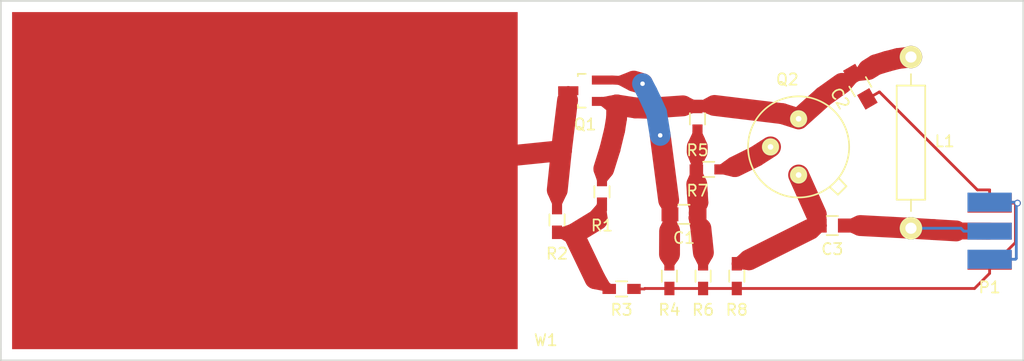
<source format=kicad_pcb>
(kicad_pcb (version 20171130) (host pcbnew "(5.1.12)-1")

  (general
    (thickness 1.6)
    (drawings 9)
    (tracks 228)
    (zones 0)
    (modules 17)
    (nets 10)
  )

  (page A4)
  (layers
    (0 F.Cu signal)
    (31 B.Cu signal)
    (32 B.Adhes user hide)
    (33 F.Adhes user hide)
    (34 B.Paste user hide)
    (35 F.Paste user hide)
    (36 B.SilkS user hide)
    (37 F.SilkS user hide)
    (38 B.Mask user hide)
    (39 F.Mask user hide)
    (40 Dwgs.User user hide)
    (41 Cmts.User user hide)
    (42 Eco1.User user hide)
    (43 Eco2.User user hide)
    (44 Edge.Cuts user)
    (45 Margin user hide)
    (46 B.CrtYd user hide)
    (47 F.CrtYd user hide)
    (48 B.Fab user hide)
    (49 F.Fab user hide)
  )

  (setup
    (last_trace_width 0.25)
    (trace_clearance 0.2)
    (zone_clearance 0.708)
    (zone_45_only no)
    (trace_min 0.2)
    (via_size 0.6)
    (via_drill 0.4)
    (via_min_size 0.4)
    (via_min_drill 0.3)
    (uvia_size 0.3)
    (uvia_drill 0.1)
    (uvias_allowed no)
    (uvia_min_size 0.2)
    (uvia_min_drill 0.1)
    (edge_width 0.15)
    (segment_width 0.2)
    (pcb_text_width 0.3)
    (pcb_text_size 1.5 1.5)
    (mod_edge_width 0.15)
    (mod_text_size 1 1)
    (mod_text_width 0.15)
    (pad_size 1.524 1.524)
    (pad_drill 0.762)
    (pad_to_mask_clearance 0.2)
    (aux_axis_origin 0 0)
    (visible_elements 7FFFFFFF)
    (pcbplotparams
      (layerselection 0x010f0_80000001)
      (usegerberextensions false)
      (usegerberattributes true)
      (usegerberadvancedattributes true)
      (creategerberjobfile true)
      (excludeedgelayer true)
      (linewidth 0.100000)
      (plotframeref false)
      (viasonmask false)
      (mode 1)
      (useauxorigin false)
      (hpglpennumber 1)
      (hpglpenspeed 20)
      (hpglpendiameter 15.000000)
      (psnegative false)
      (psa4output false)
      (plotreference true)
      (plotvalue true)
      (plotinvisibletext false)
      (padsonsilk false)
      (subtractmaskfromsilk false)
      (outputformat 1)
      (mirror false)
      (drillshape 0)
      (scaleselection 1)
      (outputdirectory "gerber/"))
  )

  (net 0 "")
  (net 1 "Net-(C1-Pad1)")
  (net 2 "Net-(C1-Pad2)")
  (net 3 Earth)
  (net 4 "Net-(C2-Pad2)")
  (net 5 "Net-(C3-Pad1)")
  (net 6 "Net-(C3-Pad2)")
  (net 7 "Net-(Q1-Pad3)")
  (net 8 "Net-(Q2-Pad2)")
  (net 9 "Net-(R1-Pad2)")

  (net_class Default "This is the default net class."
    (clearance 0.2)
    (trace_width 0.25)
    (via_dia 0.6)
    (via_drill 0.4)
    (uvia_dia 0.3)
    (uvia_drill 0.1)
    (add_net Earth)
    (add_net "Net-(C1-Pad1)")
    (add_net "Net-(C1-Pad2)")
    (add_net "Net-(C2-Pad2)")
    (add_net "Net-(C3-Pad1)")
    (add_net "Net-(C3-Pad2)")
    (add_net "Net-(Q1-Pad3)")
    (add_net "Net-(Q2-Pad2)")
    (add_net "Net-(R1-Pad2)")
  )

  (module sma-j:SMA-J (layer B.Cu) (tedit 57795F6E) (tstamp 574DEC46)
    (at 196 109)
    (path /574D1705)
    (fp_text reference P1_2 (at 0 -7.5) (layer B.SilkS) hide
      (effects (font (size 1 1) (thickness 0.15)) (justify mirror))
    )
    (fp_text value SMA-J (at 0 2.5) (layer B.Fab)
      (effects (font (size 1 1) (thickness 0.15)) (justify mirror))
    )
    (pad 1 smd rect (at 0 -2.5) (size 3.94 1.5) (layers B.Cu B.Paste B.Mask)
      (net 5 "Net-(C3-Pad1)"))
    (pad 2 smd rect (at 0 0) (size 3.94 1.7) (layers B.Cu B.Paste B.Mask)
      (net 3 Earth))
    (pad 2 smd rect (at 0 -5.08) (size 3.94 1.7) (layers B.Cu B.Paste B.Mask)
      (net 3 Earth))
  )

  (module Choke_Axial_ThroughHole:Choke_Horizontal_RM15mm (layer F.Cu) (tedit 542A89D5) (tstamp 574CA217)
    (at 189 98.5 270)
    (descr "Choke, Axial, 15mm")
    (tags "Choke, Axial, 15mm")
    (path /574CEAAD)
    (fp_text reference L1 (at 0 -3) (layer F.SilkS)
      (effects (font (size 1 1) (thickness 0.15)))
    )
    (fp_text value "470 uH" (at 0 2.5 270) (layer F.Fab)
      (effects (font (size 1 1) (thickness 0.15)))
    )
    (fp_line (start 5.19938 0) (end 6.21538 0) (layer F.SilkS) (width 0.15))
    (fp_line (start -4.96062 0) (end -5.97662 0) (layer F.SilkS) (width 0.15))
    (fp_line (start -4.96062 -1.27) (end 5.19938 -1.27) (layer F.SilkS) (width 0.15))
    (fp_line (start 5.19938 -1.27) (end 5.19938 1.27) (layer F.SilkS) (width 0.15))
    (fp_line (start 5.19938 1.27) (end -4.96062 1.27) (layer F.SilkS) (width 0.15))
    (fp_line (start -4.96062 1.27) (end -4.96062 -1.27) (layer F.SilkS) (width 0.15))
    (pad 1 thru_hole circle (at -7.50062 0 270) (size 1.99898 1.99898) (drill 1.00076) (layers *.Cu *.Mask F.SilkS)
      (net 4 "Net-(C2-Pad2)"))
    (pad 2 thru_hole circle (at 7.73938 0 270) (size 1.99898 1.99898) (drill 1.00076) (layers *.Cu *.Mask F.SilkS)
      (net 5 "Net-(C3-Pad1)"))
  )

  (module sma-j:SMA-J (layer F.Cu) (tedit 574C9A0F) (tstamp 574CA21E)
    (at 196 104)
    (path /574D1705)
    (fp_text reference P1 (at 0 7.5) (layer F.SilkS)
      (effects (font (size 1 1) (thickness 0.15)))
    )
    (fp_text value SMA-J (at 0 -2.5) (layer F.Fab)
      (effects (font (size 1 1) (thickness 0.15)))
    )
    (pad 1 smd rect (at 0 2.5) (size 3.94 1.5) (layers F.Cu F.Paste F.Mask)
      (net 5 "Net-(C3-Pad1)"))
    (pad 2 smd rect (at 0 0) (size 3.94 1.7) (layers F.Cu F.Paste F.Mask)
      (net 3 Earth))
    (pad 2 smd rect (at 0 5.08) (size 3.94 1.7) (layers F.Cu F.Paste F.Mask)
      (net 3 Earth))
  )

  (module TO_SOT_Packages_SMD:SOT-23_Handsoldering (layer F.Cu) (tedit 54E9291B) (tstamp 574CA225)
    (at 160 94 90)
    (descr "SOT-23, Handsoldering")
    (tags SOT-23)
    (path /574CA696)
    (attr smd)
    (fp_text reference Q1 (at -3 0 180) (layer F.SilkS)
      (effects (font (size 1 1) (thickness 0.15)))
    )
    (fp_text value MMBFJ310 (at 0 3.81 90) (layer F.Fab)
      (effects (font (size 1 1) (thickness 0.15)))
    )
    (fp_line (start -1.49982 0.0508) (end -1.49982 -0.65024) (layer F.SilkS) (width 0.15))
    (fp_line (start -1.49982 -0.65024) (end -1.2509 -0.65024) (layer F.SilkS) (width 0.15))
    (fp_line (start 1.29916 -0.65024) (end 1.49982 -0.65024) (layer F.SilkS) (width 0.15))
    (fp_line (start 1.49982 -0.65024) (end 1.49982 0.0508) (layer F.SilkS) (width 0.15))
    (pad 1 smd rect (at -0.95 1.50114 90) (size 0.8001 1.80086) (layers F.Cu F.Paste F.Mask)
      (net 4 "Net-(C2-Pad2)"))
    (pad 2 smd rect (at 0.95 1.50114 90) (size 0.8001 1.80086) (layers F.Cu F.Paste F.Mask)
      (net 2 "Net-(C1-Pad2)"))
    (pad 3 smd rect (at 0 -1.50114 90) (size 0.8001 1.80086) (layers F.Cu F.Paste F.Mask)
      (net 7 "Net-(Q1-Pad3)"))
    (model TO_SOT_Packages_SMD.3dshapes/SOT-23_Handsoldering.wrl
      (at (xyz 0 0 0))
      (scale (xyz 1 1 1))
      (rotate (xyz 0 0 0))
    )
  )

  (module m246:M246 (layer F.Cu) (tedit 574CA0CC) (tstamp 574CA22C)
    (at 179 99 270)
    (path /574DB823)
    (fp_text reference Q2 (at -6 1) (layer F.SilkS)
      (effects (font (size 1 1) (thickness 0.15)))
    )
    (fp_text value 2N5109 (at 0 7.2 270) (layer F.Fab)
      (effects (font (size 1 1) (thickness 0.15)))
    )
    (fp_line (start 3.5 -4.25) (end 2.8 -3.6) (layer F.SilkS) (width 0.15))
    (fp_line (start 4.25 -3.5) (end 3.5 -4.25) (layer F.SilkS) (width 0.15))
    (fp_line (start 3.6 -2.8) (end 4.25 -3.5) (layer F.SilkS) (width 0.15))
    (fp_circle (center 0 0) (end 0 4.5) (layer F.SilkS) (width 0.15))
    (pad 1 thru_hole circle (at 2.5 0 270) (size 1.524 1.524) (drill 0.5) (layers *.Cu *.Mask F.SilkS)
      (net 6 "Net-(C3-Pad2)"))
    (pad 2 thru_hole circle (at 0 2.5 270) (size 1.524 1.524) (drill 0.5) (layers *.Cu *.Mask F.SilkS)
      (net 8 "Net-(Q2-Pad2)"))
    (pad 3 thru_hole circle (at -2.5 0 270) (size 1.524 1.524) (drill 0.5) (layers *.Cu *.Mask F.SilkS)
      (net 4 "Net-(C2-Pad2)"))
  )

  (module Resistors_SMD:R_0603_HandSoldering (layer F.Cu) (tedit 5418A00F) (tstamp 574CA232)
    (at 161.5 103 270)
    (descr "Resistor SMD 0603, hand soldering")
    (tags "resistor 0603")
    (path /574C8FE8)
    (attr smd)
    (fp_text reference R1 (at 3 0) (layer F.SilkS)
      (effects (font (size 1 1) (thickness 0.15)))
    )
    (fp_text value 1M (at 0 1.9 270) (layer F.Fab)
      (effects (font (size 1 1) (thickness 0.15)))
    )
    (fp_line (start -2 -0.8) (end 2 -0.8) (layer F.CrtYd) (width 0.05))
    (fp_line (start -2 0.8) (end 2 0.8) (layer F.CrtYd) (width 0.05))
    (fp_line (start -2 -0.8) (end -2 0.8) (layer F.CrtYd) (width 0.05))
    (fp_line (start 2 -0.8) (end 2 0.8) (layer F.CrtYd) (width 0.05))
    (fp_line (start 0.5 0.675) (end -0.5 0.675) (layer F.SilkS) (width 0.15))
    (fp_line (start -0.5 -0.675) (end 0.5 -0.675) (layer F.SilkS) (width 0.15))
    (pad 1 smd rect (at -1.1 0 270) (size 1.2 0.9) (layers F.Cu F.Paste F.Mask)
      (net 4 "Net-(C2-Pad2)"))
    (pad 2 smd rect (at 1.1 0 270) (size 1.2 0.9) (layers F.Cu F.Paste F.Mask)
      (net 9 "Net-(R1-Pad2)"))
    (model Resistors_SMD.3dshapes/R_0603_HandSoldering.wrl
      (at (xyz 0 0 0))
      (scale (xyz 1 1 1))
      (rotate (xyz 0 0 0))
    )
  )

  (module Resistors_SMD:R_0603_HandSoldering (layer F.Cu) (tedit 5418A00F) (tstamp 574CA238)
    (at 157.5 105.5 270)
    (descr "Resistor SMD 0603, hand soldering")
    (tags "resistor 0603")
    (path /574C9098)
    (attr smd)
    (fp_text reference R2 (at 3 0) (layer F.SilkS)
      (effects (font (size 1 1) (thickness 0.15)))
    )
    (fp_text value 1M (at 0 1.9 270) (layer F.Fab)
      (effects (font (size 1 1) (thickness 0.15)))
    )
    (fp_line (start -2 -0.8) (end 2 -0.8) (layer F.CrtYd) (width 0.05))
    (fp_line (start -2 0.8) (end 2 0.8) (layer F.CrtYd) (width 0.05))
    (fp_line (start -2 -0.8) (end -2 0.8) (layer F.CrtYd) (width 0.05))
    (fp_line (start 2 -0.8) (end 2 0.8) (layer F.CrtYd) (width 0.05))
    (fp_line (start 0.5 0.675) (end -0.5 0.675) (layer F.SilkS) (width 0.15))
    (fp_line (start -0.5 -0.675) (end 0.5 -0.675) (layer F.SilkS) (width 0.15))
    (pad 1 smd rect (at -1.1 0 270) (size 1.2 0.9) (layers F.Cu F.Paste F.Mask)
      (net 7 "Net-(Q1-Pad3)"))
    (pad 2 smd rect (at 1.1 0 270) (size 1.2 0.9) (layers F.Cu F.Paste F.Mask)
      (net 9 "Net-(R1-Pad2)"))
    (model Resistors_SMD.3dshapes/R_0603_HandSoldering.wrl
      (at (xyz 0 0 0))
      (scale (xyz 1 1 1))
      (rotate (xyz 0 0 0))
    )
  )

  (module Resistors_SMD:R_0603_HandSoldering (layer F.Cu) (tedit 5418A00F) (tstamp 574CA23E)
    (at 163.246 111.639)
    (descr "Resistor SMD 0603, hand soldering")
    (tags "resistor 0603")
    (path /574C910F)
    (attr smd)
    (fp_text reference R3 (at 0 1.8614) (layer F.SilkS)
      (effects (font (size 1 1) (thickness 0.15)))
    )
    (fp_text value 1M (at 0 -1.6386) (layer F.Fab)
      (effects (font (size 1 1) (thickness 0.15)))
    )
    (fp_line (start -2 -0.8) (end 2 -0.8) (layer F.CrtYd) (width 0.05))
    (fp_line (start -2 0.8) (end 2 0.8) (layer F.CrtYd) (width 0.05))
    (fp_line (start -2 -0.8) (end -2 0.8) (layer F.CrtYd) (width 0.05))
    (fp_line (start 2 -0.8) (end 2 0.8) (layer F.CrtYd) (width 0.05))
    (fp_line (start 0.5 0.675) (end -0.5 0.675) (layer F.SilkS) (width 0.15))
    (fp_line (start -0.5 -0.675) (end 0.5 -0.675) (layer F.SilkS) (width 0.15))
    (pad 1 smd rect (at -1.1 0) (size 1.2 0.9) (layers F.Cu F.Paste F.Mask)
      (net 9 "Net-(R1-Pad2)"))
    (pad 2 smd rect (at 1.1 0) (size 1.2 0.9) (layers F.Cu F.Paste F.Mask)
      (net 3 Earth))
    (model Resistors_SMD.3dshapes/R_0603_HandSoldering.wrl
      (at (xyz 0 0 0))
      (scale (xyz 1 1 1))
      (rotate (xyz 0 0 0))
    )
  )

  (module Resistors_SMD:R_0603_HandSoldering (layer F.Cu) (tedit 5418A00F) (tstamp 574CA244)
    (at 167.5 110.5 270)
    (descr "Resistor SMD 0603, hand soldering")
    (tags "resistor 0603")
    (path /574CBCF4)
    (attr smd)
    (fp_text reference R4 (at 3 0) (layer F.SilkS)
      (effects (font (size 1 1) (thickness 0.15)))
    )
    (fp_text value 680 (at 0 1.9 270) (layer F.Fab)
      (effects (font (size 1 1) (thickness 0.15)))
    )
    (fp_line (start -2 -0.8) (end 2 -0.8) (layer F.CrtYd) (width 0.05))
    (fp_line (start -2 0.8) (end 2 0.8) (layer F.CrtYd) (width 0.05))
    (fp_line (start -2 -0.8) (end -2 0.8) (layer F.CrtYd) (width 0.05))
    (fp_line (start 2 -0.8) (end 2 0.8) (layer F.CrtYd) (width 0.05))
    (fp_line (start 0.5 0.675) (end -0.5 0.675) (layer F.SilkS) (width 0.15))
    (fp_line (start -0.5 -0.675) (end 0.5 -0.675) (layer F.SilkS) (width 0.15))
    (pad 1 smd rect (at -1.1 0 270) (size 1.2 0.9) (layers F.Cu F.Paste F.Mask)
      (net 2 "Net-(C1-Pad2)"))
    (pad 2 smd rect (at 1.1 0 270) (size 1.2 0.9) (layers F.Cu F.Paste F.Mask)
      (net 3 Earth))
    (model Resistors_SMD.3dshapes/R_0603_HandSoldering.wrl
      (at (xyz 0 0 0))
      (scale (xyz 1 1 1))
      (rotate (xyz 0 0 0))
    )
  )

  (module Resistors_SMD:R_0603_HandSoldering (layer F.Cu) (tedit 5418A00F) (tstamp 574CA24A)
    (at 170 96.5 270)
    (descr "Resistor SMD 0603, hand soldering")
    (tags "resistor 0603")
    (path /574C9049)
    (attr smd)
    (fp_text reference R5 (at 2.8 0) (layer F.SilkS)
      (effects (font (size 1 1) (thickness 0.15)))
    )
    (fp_text value 2k2 (at 0 1.9 270) (layer F.Fab)
      (effects (font (size 1 1) (thickness 0.15)))
    )
    (fp_line (start -2 -0.8) (end 2 -0.8) (layer F.CrtYd) (width 0.05))
    (fp_line (start -2 0.8) (end 2 0.8) (layer F.CrtYd) (width 0.05))
    (fp_line (start -2 -0.8) (end -2 0.8) (layer F.CrtYd) (width 0.05))
    (fp_line (start 2 -0.8) (end 2 0.8) (layer F.CrtYd) (width 0.05))
    (fp_line (start 0.5 0.675) (end -0.5 0.675) (layer F.SilkS) (width 0.15))
    (fp_line (start -0.5 -0.675) (end 0.5 -0.675) (layer F.SilkS) (width 0.15))
    (pad 1 smd rect (at -1.1 0 270) (size 1.2 0.9) (layers F.Cu F.Paste F.Mask)
      (net 4 "Net-(C2-Pad2)"))
    (pad 2 smd rect (at 1.1 0 270) (size 1.2 0.9) (layers F.Cu F.Paste F.Mask)
      (net 1 "Net-(C1-Pad1)"))
    (model Resistors_SMD.3dshapes/R_0603_HandSoldering.wrl
      (at (xyz 0 0 0))
      (scale (xyz 1 1 1))
      (rotate (xyz 0 0 0))
    )
  )

  (module Resistors_SMD:R_0603_HandSoldering (layer F.Cu) (tedit 5418A00F) (tstamp 574CA250)
    (at 170.5 110.5 270)
    (descr "Resistor SMD 0603, hand soldering")
    (tags "resistor 0603")
    (path /574C93B4)
    (attr smd)
    (fp_text reference R6 (at 3 0) (layer F.SilkS)
      (effects (font (size 1 1) (thickness 0.15)))
    )
    (fp_text value 10k (at 0 1.9 270) (layer F.Fab)
      (effects (font (size 1 1) (thickness 0.15)))
    )
    (fp_line (start -2 -0.8) (end 2 -0.8) (layer F.CrtYd) (width 0.05))
    (fp_line (start -2 0.8) (end 2 0.8) (layer F.CrtYd) (width 0.05))
    (fp_line (start -2 -0.8) (end -2 0.8) (layer F.CrtYd) (width 0.05))
    (fp_line (start 2 -0.8) (end 2 0.8) (layer F.CrtYd) (width 0.05))
    (fp_line (start 0.5 0.675) (end -0.5 0.675) (layer F.SilkS) (width 0.15))
    (fp_line (start -0.5 -0.675) (end 0.5 -0.675) (layer F.SilkS) (width 0.15))
    (pad 1 smd rect (at -1.1 0 270) (size 1.2 0.9) (layers F.Cu F.Paste F.Mask)
      (net 1 "Net-(C1-Pad1)"))
    (pad 2 smd rect (at 1.1 0 270) (size 1.2 0.9) (layers F.Cu F.Paste F.Mask)
      (net 3 Earth))
    (model Resistors_SMD.3dshapes/R_0603_HandSoldering.wrl
      (at (xyz 0 0 0))
      (scale (xyz 1 1 1))
      (rotate (xyz 0 0 0))
    )
  )

  (module Resistors_SMD:R_0603_HandSoldering (layer F.Cu) (tedit 5418A00F) (tstamp 574CA256)
    (at 171 101 180)
    (descr "Resistor SMD 0603, hand soldering")
    (tags "resistor 0603")
    (path /574C931F)
    (attr smd)
    (fp_text reference R7 (at 1 -1.9 180) (layer F.SilkS)
      (effects (font (size 1 1) (thickness 0.15)))
    )
    (fp_text value 47 (at 0 1.9 180) (layer F.Fab)
      (effects (font (size 1 1) (thickness 0.15)))
    )
    (fp_line (start -2 -0.8) (end 2 -0.8) (layer F.CrtYd) (width 0.05))
    (fp_line (start -2 0.8) (end 2 0.8) (layer F.CrtYd) (width 0.05))
    (fp_line (start -2 -0.8) (end -2 0.8) (layer F.CrtYd) (width 0.05))
    (fp_line (start 2 -0.8) (end 2 0.8) (layer F.CrtYd) (width 0.05))
    (fp_line (start 0.5 0.675) (end -0.5 0.675) (layer F.SilkS) (width 0.15))
    (fp_line (start -0.5 -0.675) (end 0.5 -0.675) (layer F.SilkS) (width 0.15))
    (pad 1 smd rect (at -1.1 0 180) (size 1.2 0.9) (layers F.Cu F.Paste F.Mask)
      (net 8 "Net-(Q2-Pad2)"))
    (pad 2 smd rect (at 1.1 0 180) (size 1.2 0.9) (layers F.Cu F.Paste F.Mask)
      (net 1 "Net-(C1-Pad1)"))
    (model Resistors_SMD.3dshapes/R_0603_HandSoldering.wrl
      (at (xyz 0 0 0))
      (scale (xyz 1 1 1))
      (rotate (xyz 0 0 0))
    )
  )

  (module Resistors_SMD:R_0603_HandSoldering (layer F.Cu) (tedit 5418A00F) (tstamp 574CA25C)
    (at 173.5 110.5 270)
    (descr "Resistor SMD 0603, hand soldering")
    (tags "resistor 0603")
    (path /574C9428)
    (attr smd)
    (fp_text reference R8 (at 3 0) (layer F.SilkS)
      (effects (font (size 1 1) (thickness 0.15)))
    )
    (fp_text value 220 (at 0 1.9 270) (layer F.Fab)
      (effects (font (size 1 1) (thickness 0.15)))
    )
    (fp_line (start -2 -0.8) (end 2 -0.8) (layer F.CrtYd) (width 0.05))
    (fp_line (start -2 0.8) (end 2 0.8) (layer F.CrtYd) (width 0.05))
    (fp_line (start -2 -0.8) (end -2 0.8) (layer F.CrtYd) (width 0.05))
    (fp_line (start 2 -0.8) (end 2 0.8) (layer F.CrtYd) (width 0.05))
    (fp_line (start 0.5 0.675) (end -0.5 0.675) (layer F.SilkS) (width 0.15))
    (fp_line (start -0.5 -0.675) (end 0.5 -0.675) (layer F.SilkS) (width 0.15))
    (pad 1 smd rect (at -1.1 0 270) (size 1.2 0.9) (layers F.Cu F.Paste F.Mask)
      (net 6 "Net-(C3-Pad2)"))
    (pad 2 smd rect (at 1.1 0 270) (size 1.2 0.9) (layers F.Cu F.Paste F.Mask)
      (net 3 Earth))
    (model Resistors_SMD.3dshapes/R_0603_HandSoldering.wrl
      (at (xyz 0 0 0))
      (scale (xyz 1 1 1))
      (rotate (xyz 0 0 0))
    )
  )

  (module miniwhip:MINIWHIP (layer F.Cu) (tedit 574DE95C) (tstamp 574CA261)
    (at 109 87)
    (path /574CB3F2)
    (fp_text reference W1 (at 47.5 29.2) (layer F.SilkS)
      (effects (font (size 1 1) (thickness 0.15)))
    )
    (fp_text value MINIWHIP (at -2 26 90) (layer F.Fab)
      (effects (font (size 1 1) (thickness 0.15)))
    )
    (pad 1 smd rect (at 22.5 15) (size 45 30) (layers F.Cu F.Paste F.Mask)
      (net 7 "Net-(Q1-Pad3)"))
  )

  (module Capacitors_SMD:C_0805_HandSoldering (layer F.Cu) (tedit 541A9B8D) (tstamp 574F1709)
    (at 168.8 105 180)
    (descr "Capacitor SMD 0805, hand soldering")
    (tags "capacitor 0805")
    (path /574CC897)
    (attr smd)
    (fp_text reference C1 (at 0 -2.1 180) (layer F.SilkS)
      (effects (font (size 1 1) (thickness 0.15)))
    )
    (fp_text value 560n (at 0 2.1 180) (layer F.Fab)
      (effects (font (size 1 1) (thickness 0.15)))
    )
    (fp_line (start -2.3 -1) (end 2.3 -1) (layer F.CrtYd) (width 0.05))
    (fp_line (start -2.3 1) (end 2.3 1) (layer F.CrtYd) (width 0.05))
    (fp_line (start -2.3 -1) (end -2.3 1) (layer F.CrtYd) (width 0.05))
    (fp_line (start 2.3 -1) (end 2.3 1) (layer F.CrtYd) (width 0.05))
    (fp_line (start 0.5 -0.85) (end -0.5 -0.85) (layer F.SilkS) (width 0.15))
    (fp_line (start -0.5 0.85) (end 0.5 0.85) (layer F.SilkS) (width 0.15))
    (pad 1 smd rect (at -1.25 0 180) (size 1.5 1.25) (layers F.Cu F.Paste F.Mask)
      (net 1 "Net-(C1-Pad1)"))
    (pad 2 smd rect (at 1.25 0 180) (size 1.5 1.25) (layers F.Cu F.Paste F.Mask)
      (net 2 "Net-(C1-Pad2)"))
    (model Capacitors_SMD.3dshapes/C_0805_HandSoldering.wrl
      (at (xyz 0 0 0))
      (scale (xyz 1 1 1))
      (rotate (xyz 0 0 0))
    )
  )

  (module Capacitors_SMD:C_0805_HandSoldering (layer F.Cu) (tedit 541A9B8D) (tstamp 574F170E)
    (at 184.496 93.6422 120)
    (descr "Capacitor SMD 0805, hand soldering")
    (tags "capacitor 0805")
    (path /574CE5AB)
    (attr smd)
    (fp_text reference C2 (at 0 -2.1 120) (layer F.SilkS)
      (effects (font (size 1 1) (thickness 0.15)))
    )
    (fp_text value 560n (at 0 2.1 120) (layer F.Fab)
      (effects (font (size 1 1) (thickness 0.15)))
    )
    (fp_line (start -2.3 -1) (end 2.3 -1) (layer F.CrtYd) (width 0.05))
    (fp_line (start -2.3 1) (end 2.3 1) (layer F.CrtYd) (width 0.05))
    (fp_line (start -2.3 -1) (end -2.3 1) (layer F.CrtYd) (width 0.05))
    (fp_line (start 2.3 -1) (end 2.3 1) (layer F.CrtYd) (width 0.05))
    (fp_line (start 0.5 -0.85) (end -0.5 -0.85) (layer F.SilkS) (width 0.15))
    (fp_line (start -0.5 0.85) (end 0.5 0.85) (layer F.SilkS) (width 0.15))
    (pad 1 smd rect (at -1.25 0 120) (size 1.5 1.25) (layers F.Cu F.Paste F.Mask)
      (net 3 Earth))
    (pad 2 smd rect (at 1.25 0 120) (size 1.5 1.25) (layers F.Cu F.Paste F.Mask)
      (net 4 "Net-(C2-Pad2)"))
    (model Capacitors_SMD.3dshapes/C_0805_HandSoldering.wrl
      (at (xyz 0 0 0))
      (scale (xyz 1 1 1))
      (rotate (xyz 0 0 0))
    )
  )

  (module Capacitors_SMD:C_0805_HandSoldering (layer F.Cu) (tedit 541A9B8D) (tstamp 574F1713)
    (at 182 106 180)
    (descr "Capacitor SMD 0805, hand soldering")
    (tags "capacitor 0805")
    (path /574CE0E6)
    (attr smd)
    (fp_text reference C3 (at 0 -2.1 180) (layer F.SilkS)
      (effects (font (size 1 1) (thickness 0.15)))
    )
    (fp_text value 560n (at 0 2.1 180) (layer F.Fab)
      (effects (font (size 1 1) (thickness 0.15)))
    )
    (fp_line (start -2.3 -1) (end 2.3 -1) (layer F.CrtYd) (width 0.05))
    (fp_line (start -2.3 1) (end 2.3 1) (layer F.CrtYd) (width 0.05))
    (fp_line (start -2.3 -1) (end -2.3 1) (layer F.CrtYd) (width 0.05))
    (fp_line (start 2.3 -1) (end 2.3 1) (layer F.CrtYd) (width 0.05))
    (fp_line (start 0.5 -0.85) (end -0.5 -0.85) (layer F.SilkS) (width 0.15))
    (fp_line (start -0.5 0.85) (end 0.5 0.85) (layer F.SilkS) (width 0.15))
    (pad 1 smd rect (at -1.25 0 180) (size 1.5 1.25) (layers F.Cu F.Paste F.Mask)
      (net 5 "Net-(C3-Pad1)"))
    (pad 2 smd rect (at 1.25 0 180) (size 1.5 1.25) (layers F.Cu F.Paste F.Mask)
      (net 6 "Net-(C3-Pad2)"))
    (model Capacitors_SMD.3dshapes/C_0805_HandSoldering.wrl
      (at (xyz 0 0 0))
      (scale (xyz 1 1 1))
      (rotate (xyz 0 0 0))
    )
  )

  (dimension 32 (width 0.3) (layer Dwgs.User)
    (gr_text "32,000 mm" (at 100.65 102 270) (layer Dwgs.User)
      (effects (font (size 1.5 1.5) (thickness 0.3)))
    )
    (feature1 (pts (xy 108 118) (xy 99.3 118)))
    (feature2 (pts (xy 108 86) (xy 99.3 86)))
    (crossbar (pts (xy 102 86) (xy 102 118)))
    (arrow1a (pts (xy 102 118) (xy 101.413579 116.873496)))
    (arrow1b (pts (xy 102 118) (xy 102.586421 116.873496)))
    (arrow2a (pts (xy 102 86) (xy 101.413579 87.126504)))
    (arrow2b (pts (xy 102 86) (xy 102.586421 87.126504)))
  )
  (dimension 91 (width 0.3) (layer Dwgs.User)
    (gr_text "91,000 mm" (at 153.5 79.15) (layer Dwgs.User)
      (effects (font (size 1.5 1.5) (thickness 0.3)))
    )
    (feature1 (pts (xy 199 86) (xy 199 77.8)))
    (feature2 (pts (xy 108 86) (xy 108 77.8)))
    (crossbar (pts (xy 108 80.5) (xy 199 80.5)))
    (arrow1a (pts (xy 199 80.5) (xy 197.873496 81.086421)))
    (arrow1b (pts (xy 199 80.5) (xy 197.873496 79.913579)))
    (arrow2a (pts (xy 108 80.5) (xy 109.126504 81.086421)))
    (arrow2b (pts (xy 108 80.5) (xy 109.126504 79.913579)))
  )
  (gr_line (start 199 118) (end 199 117) (layer Edge.Cuts) (width 0.15))
  (gr_line (start 199 87) (end 199 86) (layer Edge.Cuts) (width 0.15))
  (gr_line (start 108 117) (end 108 118) (layer Edge.Cuts) (width 0.15))
  (gr_line (start 108 117) (end 108 86) (layer Edge.Cuts) (width 0.15))
  (gr_line (start 199 118) (end 108 118) (layer Edge.Cuts) (width 0.15))
  (gr_line (start 199 87) (end 199 117) (layer Edge.Cuts) (width 0.15))
  (gr_line (start 108 86) (end 199 86) (layer Edge.Cuts) (width 0.15))

  (segment (start 170.2491 105.6597) (end 169.8 105) (width 0.9) (layer F.Cu) (net 1))
  (segment (start 170 105) (end 170.294 104.4725) (width 0.75) (layer F.Cu) (net 1))
  (segment (start 170.4479 103.8385) (end 170.494 103.808) (width 0.75) (layer F.Cu) (net 1))
  (segment (start 170.047 104.104) (end 170.4479 103.8385) (width 0.75) (layer F.Cu) (net 1))
  (segment (start 169.987 103.1425) (end 170.4479 103.6034) (width 0.25) (layer F.Cu) (net 1))
  (segment (start 170.4479 103.6034) (end 170.4479 103.8385) (width 0.25) (layer F.Cu) (net 1))
  (segment (start 169.987 103.1425) (end 169.936 102.34) (width 1.86) (layer F.Cu) (net 1))
  (segment (start 170.038 103.945) (end 169.987 103.1425) (width 1.86) (layer F.Cu) (net 1))
  (segment (start 170.0697 100.2768) (end 170.399 99.6365) (width 0.9) (layer F.Cu) (net 1))
  (segment (start 169.528 99.5965) (end 169.92 100.568) (width 0.9) (layer F.Cu) (net 1))
  (segment (start 169.92 100.568) (end 170.0697 100.2768) (width 0.9) (layer F.Cu) (net 1))
  (segment (start 169.9365 100.2083) (end 170.0012 100.2083) (width 0.25) (layer F.Cu) (net 1))
  (segment (start 170.0012 100.2083) (end 170.0697 100.2768) (width 0.25) (layer F.Cu) (net 1))
  (segment (start 169.9 101) (end 169.9365 100.2083) (width 0.9) (layer F.Cu) (net 1))
  (segment (start 169.9365 100.2083) (end 169.973 99.4167) (width 0.9) (layer F.Cu) (net 1))
  (segment (start 170.167 101.5515) (end 169.9 101.2845) (width 0.25) (layer F.Cu) (net 1))
  (segment (start 169.9 101.2845) (end 169.9 101) (width 0.25) (layer F.Cu) (net 1))
  (segment (start 170.167 101.5515) (end 169.9 101.008) (width 0.75) (layer F.Cu) (net 1))
  (segment (start 169.9 101.008) (end 169.425 102.122) (width 0.75) (layer F.Cu) (net 1))
  (segment (start 170.434 102.095) (end 170.167 101.5515) (width 0.75) (layer F.Cu) (net 1))
  (segment (start 169.936 102.34) (end 169.9 101) (width 0.75) (layer F.Cu) (net 1))
  (segment (start 170.05 104.8445) (end 170.05 105) (width 0.25) (layer F.Cu) (net 1))
  (segment (start 170.294 104.4725) (end 170.05 104.7165) (width 0.25) (layer F.Cu) (net 1))
  (segment (start 170.05 104.7165) (end 170.05 104.8445) (width 0.25) (layer F.Cu) (net 1))
  (segment (start 170.05 104.8445) (end 169.6048 104.8445) (width 0.25) (layer F.Cu) (net 1))
  (segment (start 169.6048 104.8445) (end 169.628 104.0911) (width 0.75) (layer F.Cu) (net 1))
  (segment (start 169.6 105) (end 169.6048 104.8445) (width 0.75) (layer F.Cu) (net 1))
  (segment (start 170.294 104.4725) (end 170.588 103.945) (width 0.75) (layer F.Cu) (net 1))
  (segment (start 169.9905 98.351) (end 170 97.6) (width 0.9) (layer F.Cu) (net 1))
  (segment (start 170.2085 98.3537) (end 169.9932 98.3537) (width 0.25) (layer F.Cu) (net 1))
  (segment (start 169.9932 98.3537) (end 169.9905 98.351) (width 0.25) (layer F.Cu) (net 1))
  (segment (start 169.982 99.0269) (end 169.9905 98.351) (width 0.9) (layer F.Cu) (net 1))
  (segment (start 170.2085 98.3537) (end 169.996 97.875) (width 0.9) (layer F.Cu) (net 1))
  (segment (start 169.996 97.875) (end 169.548 98.8214) (width 0.9) (layer F.Cu) (net 1))
  (segment (start 170.421 98.8324) (end 170.2085 98.3537) (width 0.9) (layer F.Cu) (net 1))
  (segment (start 169.628 104.0911) (end 169.633 103.928) (width 0.75) (layer F.Cu) (net 1))
  (segment (start 170.047 104.104) (end 169.6409 104.104) (width 0.25) (layer F.Cu) (net 1))
  (segment (start 169.6409 104.104) (end 169.628 104.0911) (width 0.25) (layer F.Cu) (net 1))
  (segment (start 169.6 104.4) (end 170.047 104.104) (width 0.75) (layer F.Cu) (net 1))
  (segment (start 170.415 107.3215) (end 170.653 107.0835) (width 0.25) (layer F.Cu) (net 1))
  (segment (start 170.653 107.0835) (end 170.653 106.253) (width 0.25) (layer F.Cu) (net 1))
  (segment (start 170.415 107.3215) (end 170.303 106.253) (width 1.86) (layer F.Cu) (net 1))
  (segment (start 170.527 108.39) (end 170.415 107.3215) (width 1.86) (layer F.Cu) (net 1))
  (segment (start 170.2491 105.6597) (end 169.655 105.301) (width 0.9) (layer F.Cu) (net 1))
  (segment (start 169.655 105.301) (end 169.83 106.333) (width 0.9) (layer F.Cu) (net 1))
  (segment (start 170.551 105.842) (end 170.2491 105.6597) (width 0.9) (layer F.Cu) (net 1))
  (segment (start 170.653 106.253) (end 170.2491 105.6597) (width 0.9) (layer F.Cu) (net 1))
  (segment (start 170.5 109.4) (end 170.943 108.629) (width 0.9) (layer F.Cu) (net 1))
  (segment (start 170.5 109.4) (end 170.099 108.607) (width 0.9) (layer F.Cu) (net 1))
  (segment (start 170.5 109.4) (end 170.527 108.39) (width 0.9) (layer F.Cu) (net 1))
  (segment (start 169.973 99.4167) (end 169.982 99.0269) (width 1.86) (layer F.Cu) (net 1))
  (segment (start 161.5011 93.05) (end 162.391 93.05) (width 0.25) (layer F.Cu) (net 2))
  (segment (start 162.391 93.05) (end 162.397 93.044) (width 0.25) (layer F.Cu) (net 2))
  (segment (start 162.397 93.044) (end 163.067 93.0798) (width 0.8002) (layer F.Cu) (net 2))
  (segment (start 167.688 105.6851) (end 167.543 105.352) (width 0.9) (layer F.Cu) (net 2))
  (segment (start 167.543 105.352) (end 167.088 106.295) (width 0.9) (layer F.Cu) (net 2))
  (segment (start 167.961 106.312) (end 167.688 105.6851) (width 0.9) (layer F.Cu) (net 2))
  (segment (start 167.5355 105.7515) (end 167.6216 105.7515) (width 0.25) (layer F.Cu) (net 2))
  (segment (start 167.6216 105.7515) (end 167.688 105.6851) (width 0.25) (layer F.Cu) (net 2))
  (segment (start 167.5355 105.7515) (end 167.55 105) (width 0.9) (layer F.Cu) (net 2))
  (segment (start 167.521 106.503) (end 167.5355 105.7515) (width 0.9) (layer F.Cu) (net 2))
  (segment (start 163.067 93.0798) (end 164.091 93.6168) (width 0.8002) (layer F.Cu) (net 2))
  (segment (start 164.142 92.6548) (end 163.067 93.0798) (width 0.8002) (layer F.Cu) (net 2))
  (segment (start 163.067 93.0798) (end 164.337 93.1476) (width 0.8002) (layer F.Cu) (net 2))
  (segment (start 167.55 105) (end 167.953 103.922) (width 0.75) (layer F.Cu) (net 2))
  (segment (start 167.55 105) (end 166.957 104.014) (width 0.75) (layer F.Cu) (net 2))
  (segment (start 167.5 109.4) (end 167.903 108.826) (width 0.9) (layer F.Cu) (net 2))
  (segment (start 167.5 109.4) (end 167.111 108.816) (width 0.9) (layer F.Cu) (net 2))
  (segment (start 167.55 105) (end 167.433 103.728) (width 0.75) (layer F.Cu) (net 2))
  (segment (start 167.433 103.728) (end 166.682 97.9719) (width 1.86) (layer F.Cu) (net 2))
  (segment (start 164.337 93.1476) (end 165.111 93.3756) (width 1.86) (layer F.Cu) (net 2))
  (segment (start 167.5 109.4) (end 167.51 108.55) (width 0.9) (layer F.Cu) (net 2))
  (segment (start 167.51 108.55) (end 167.521 106.503) (width 1.86) (layer F.Cu) (net 2))
  (segment (start 166.682 97.9719) (end 166.357 95.9671) (width 1.86) (layer B.Cu) (net 2))
  (segment (start 166.357 95.9671) (end 165.904 94.9572) (width 1.86) (layer B.Cu) (net 2))
  (segment (start 165.904 94.9572) (end 165.525 94.1655) (width 1.86) (layer B.Cu) (net 2))
  (segment (start 165.525 94.1655) (end 165.111 93.3756) (width 1.86) (layer B.Cu) (net 2))
  (via (at 166.682 97.9719) (size 0.6) (layers F.Cu B.Cu) (net 2))
  (via (at 165.111 93.3756) (size 0.6) (layers F.Cu B.Cu) (net 2))
  (segment (start 198.3751 104) (end 198.48 104) (width 0.25) (layer B.Cu) (net 3))
  (segment (start 198.2951 103.92) (end 198.3751 104) (width 0.25) (layer B.Cu) (net 3))
  (segment (start 198.3751 104) (end 198.3751 108.92) (width 0.25) (layer B.Cu) (net 3))
  (segment (start 198.3751 108.92) (end 198.2951 109) (width 0.25) (layer B.Cu) (net 3))
  (segment (start 196 109) (end 198.2951 109) (width 0.25) (layer B.Cu) (net 3))
  (segment (start 196 103.92) (end 198.2951 103.92) (width 0.25) (layer B.Cu) (net 3))
  (segment (start 198.2951 104) (end 198.48 104) (width 0.25) (layer F.Cu) (net 3))
  (segment (start 197.1476 104) (end 198.2951 104) (width 0.25) (layer F.Cu) (net 3))
  (segment (start 196 104) (end 197.1476 104) (width 0.25) (layer F.Cu) (net 3))
  (segment (start 196 109.6675) (end 196.1389 109.6675) (width 0.25) (layer F.Cu) (net 3))
  (segment (start 196.1389 109.6675) (end 198.2951 107.5113) (width 0.25) (layer F.Cu) (net 3))
  (segment (start 198.2951 107.5113) (end 198.2951 104) (width 0.25) (layer F.Cu) (net 3))
  (segment (start 196 109.6675) (end 196 110.2551) (width 0.25) (layer F.Cu) (net 3))
  (segment (start 196 109.08) (end 196 109.6675) (width 0.25) (layer F.Cu) (net 3))
  (segment (start 173.5 111.6) (end 194.6551 111.6) (width 0.25) (layer F.Cu) (net 3))
  (segment (start 194.6551 111.6) (end 196 110.2551) (width 0.25) (layer F.Cu) (net 3))
  (segment (start 170.5 111.6) (end 173.5 111.6) (width 0.25) (layer F.Cu) (net 3))
  (segment (start 164.346 111.639) (end 165.2711 111.639) (width 0.25) (layer F.Cu) (net 3))
  (segment (start 167.5 111.6) (end 165.3101 111.6) (width 0.25) (layer F.Cu) (net 3))
  (segment (start 165.3101 111.6) (end 165.2711 111.639) (width 0.25) (layer F.Cu) (net 3))
  (segment (start 170.5 111.6) (end 167.5 111.6) (width 0.25) (layer F.Cu) (net 3))
  (segment (start 196 104) (end 196 102.8249) (width 0.25) (layer F.Cu) (net 3))
  (segment (start 185.121 94.7247) (end 186.1934 94.1056) (width 0.25) (layer F.Cu) (net 3))
  (segment (start 186.1934 94.1056) (end 194.9127 102.8249) (width 0.25) (layer F.Cu) (net 3))
  (segment (start 194.9127 102.8249) (end 196 102.8249) (width 0.25) (layer F.Cu) (net 3))
  (via (at 198.48 104) (size 0.6) (layers F.Cu B.Cu) (net 3))
  (segment (start 171.294 94.8865) (end 170.369 95.3782) (width 0.9) (layer F.Cu) (net 4))
  (segment (start 170.369 95.3782) (end 171.345 95.7577) (width 0.9) (layer F.Cu) (net 4))
  (segment (start 185.216 92.1018) (end 184.021 92.8195) (width 0.75) (layer F.Cu) (net 4))
  (segment (start 183.871 92.5597) (end 183.8839 92.5597) (width 0.25) (layer F.Cu) (net 4))
  (segment (start 183.8839 92.5597) (end 184.0894 92.7652) (width 0.25) (layer F.Cu) (net 4))
  (segment (start 184.758 91.7884) (end 184.0894 92.7652) (width 0.75) (layer F.Cu) (net 4))
  (segment (start 184.0894 92.7652) (end 184.074 92.7876) (width 0.75) (layer F.Cu) (net 4))
  (segment (start 184.074 92.7876) (end 185.278 92.6534) (width 0.75) (layer F.Cu) (net 4))
  (segment (start 162.094 95.0931) (end 162.819 95.2681) (width 0.8002) (layer F.Cu) (net 4))
  (segment (start 161.501 94.95) (end 162.094 95.0931) (width 0.8002) (layer F.Cu) (net 4))
  (segment (start 162.0375 95.3272) (end 162.094 95.2707) (width 0.25) (layer F.Cu) (net 4))
  (segment (start 162.094 95.2707) (end 162.094 95.0931) (width 0.25) (layer F.Cu) (net 4))
  (segment (start 162.0375 95.3272) (end 162.492 95.6846) (width 0.8002) (layer F.Cu) (net 4))
  (segment (start 162.1505 94.8589) (end 161.583 94.9698) (width 0.8002) (layer F.Cu) (net 4))
  (segment (start 161.583 94.9698) (end 162.0375 95.3272) (width 0.8002) (layer F.Cu) (net 4))
  (segment (start 168.899 95.836) (end 169.4346 95.6173) (width 0.8002) (layer F.Cu) (net 4))
  (segment (start 169.4346 95.6173) (end 169.7827 95.6173) (width 0.25) (layer F.Cu) (net 4))
  (segment (start 169.7827 95.6173) (end 170 95.4) (width 0.25) (layer F.Cu) (net 4))
  (segment (start 169.4346 95.6173) (end 169.97 95.3987) (width 0.8002) (layer F.Cu) (net 4))
  (segment (start 169.97 95.3987) (end 168.94 94.8734) (width 0.8002) (layer F.Cu) (net 4))
  (segment (start 162.1505 94.8589) (end 161.5922 94.8589) (width 0.25) (layer F.Cu) (net 4))
  (segment (start 161.5922 94.8589) (end 161.5011 94.95) (width 0.25) (layer F.Cu) (net 4))
  (segment (start 162.718 94.748) (end 162.1505 94.8589) (width 0.8002) (layer F.Cu) (net 4))
  (segment (start 161.5 101.9) (end 162.038 101.243) (width 0.9) (layer F.Cu) (net 4))
  (segment (start 161.5 101.9) (end 161.215 101.1) (width 0.9) (layer F.Cu) (net 4))
  (segment (start 184.021 92.8195) (end 182.862 92.7941) (width 0.75) (layer F.Cu) (net 4))
  (segment (start 184.021 92.8195) (end 183.274 93.7065) (width 0.75) (layer F.Cu) (net 4))
  (segment (start 168.699 95.3455) (end 170 95.4) (width 0.8002) (layer F.Cu) (net 4))
  (segment (start 162.819 95.2681) (end 164.463 95.5236) (width 1.86) (layer F.Cu) (net 4))
  (segment (start 164.463 95.5236) (end 165.639 95.5603) (width 1.86) (layer F.Cu) (net 4))
  (segment (start 165.639 95.5603) (end 168.699 95.3455) (width 1.86) (layer F.Cu) (net 4))
  (segment (start 161.5 101.9) (end 161.667 100.939) (width 0.9) (layer F.Cu) (net 4))
  (segment (start 161.667 100.939) (end 162.223 99.148) (width 1.86) (layer F.Cu) (net 4))
  (segment (start 162.223 99.148) (end 162.628 97.4851) (width 1.86) (layer F.Cu) (net 4))
  (segment (start 162.628 97.4851) (end 162.802 96.4114) (width 1.86) (layer F.Cu) (net 4))
  (segment (start 162.802 96.4114) (end 162.819 95.2681) (width 1.86) (layer F.Cu) (net 4))
  (segment (start 170 95.4) (end 171.519 95.3103) (width 0.9) (layer F.Cu) (net 4))
  (segment (start 179 96.5) (end 177.553 96.0417) (width 1.86) (layer F.Cu) (net 4))
  (segment (start 177.553 96.0417) (end 171.519 95.3103) (width 1.86) (layer F.Cu) (net 4))
  (segment (start 179 96.5) (end 181.219 94.511) (width 1.86) (layer F.Cu) (net 4))
  (segment (start 181.219 94.511) (end 182.85 93.349) (width 1.86) (layer F.Cu) (net 4))
  (segment (start 182.85 93.349) (end 184.021 92.8195) (width 0.75) (layer F.Cu) (net 4))
  (segment (start 189 90.9994) (end 187.86 91.1318) (width 1.86) (layer F.Cu) (net 4))
  (segment (start 187.86 91.1318) (end 186.869 91.3876) (width 1.86) (layer F.Cu) (net 4))
  (segment (start 186.869 91.3876) (end 185.867 91.6967) (width 1.86) (layer F.Cu) (net 4))
  (segment (start 185.867 91.6967) (end 185.216 92.1018) (width 1.86) (layer F.Cu) (net 4))
  (segment (start 196 106.5) (end 193.7049 106.5) (width 0.25) (layer B.Cu) (net 5))
  (segment (start 189 106.2394) (end 193.4443 106.2394) (width 0.25) (layer B.Cu) (net 5))
  (segment (start 193.4443 106.2394) (end 193.7049 106.5) (width 0.25) (layer B.Cu) (net 5))
  (segment (start 191.0085 106.3585) (end 189.1191 106.3585) (width 0.25) (layer F.Cu) (net 5))
  (segment (start 189.1191 106.3585) (end 189 106.2394) (width 0.25) (layer F.Cu) (net 5))
  (segment (start 191.0085 106.3585) (end 193.017 106.478) (width 1.86) (layer F.Cu) (net 5))
  (segment (start 184.5 106) (end 189 106.239) (width 1.86) (layer F.Cu) (net 5))
  (segment (start 189 106.239) (end 191.0085 106.3585) (width 1.86) (layer F.Cu) (net 5))
  (segment (start 183.25 106) (end 183.168 106) (width 0.75) (layer F.Cu) (net 5))
  (segment (start 184.5 106) (end 183.25 106) (width 0.75) (layer F.Cu) (net 5))
  (segment (start 183.168 106) (end 182.95 106) (width 0.75) (layer F.Cu) (net 5))
  (segment (start 183.168 106) (end 184.269 106.504) (width 0.75) (layer F.Cu) (net 5))
  (segment (start 183.168 106) (end 184.269 105.496) (width 0.75) (layer F.Cu) (net 5))
  (segment (start 193.017 106.478) (end 196 106.5) (width 1.5) (layer F.Cu) (net 5))
  (segment (start 174.05 109.223) (end 173.851 109.223) (width 0.25) (layer F.Cu) (net 6))
  (segment (start 173.851 109.223) (end 173.7765 109.1485) (width 0.25) (layer F.Cu) (net 6))
  (segment (start 174.05 109.223) (end 174.6 109.046) (width 0.9) (layer F.Cu) (net 6))
  (segment (start 173.5 109.4) (end 174.05 109.223) (width 0.9) (layer F.Cu) (net 6))
  (segment (start 173.7765 109.1485) (end 173.503 109.399) (width 0.9) (layer F.Cu) (net 6))
  (segment (start 173.503 109.399) (end 174.543 109.522) (width 0.9) (layer F.Cu) (net 6))
  (segment (start 174.275 108.692) (end 173.7765 109.1485) (width 0.9) (layer F.Cu) (net 6))
  (segment (start 180.56 105.932) (end 180.682 105.932) (width 0.25) (layer F.Cu) (net 6))
  (segment (start 180.682 105.932) (end 180.75 106) (width 0.25) (layer F.Cu) (net 6))
  (segment (start 180.56 105.932) (end 180.07 105.864) (width 0.9) (layer F.Cu) (net 6))
  (segment (start 181.05 106) (end 180.56 105.932) (width 0.9) (layer F.Cu) (net 6))
  (segment (start 181.05 106) (end 181.122 105.042) (width 0.75) (layer F.Cu) (net 6))
  (segment (start 181.05 106) (end 180.256 105.459) (width 0.75) (layer F.Cu) (net 6))
  (segment (start 181.05 106) (end 180.337 106.686) (width 0.9) (layer F.Cu) (net 6))
  (segment (start 179 101.5) (end 180.569 105) (width 1.86) (layer F.Cu) (net 6))
  (segment (start 180.569 105) (end 181.05 106) (width 0.75) (layer F.Cu) (net 6))
  (segment (start 180.004 106.34) (end 181.05 106) (width 0.9) (layer F.Cu) (net 6))
  (segment (start 174.6 109.046) (end 180.004 106.34) (width 1.86) (layer F.Cu) (net 6))
  (segment (start 158.4989 94) (end 158.499 94) (width 0.25) (layer F.Cu) (net 7))
  (segment (start 157.5116 103.5719) (end 157.5 104.4) (width 0.8002) (layer F.Cu) (net 7))
  (segment (start 157.2705 103.5685) (end 157.5082 103.5685) (width 0.25) (layer F.Cu) (net 7))
  (segment (start 157.5082 103.5685) (end 157.5116 103.5719) (width 0.25) (layer F.Cu) (net 7))
  (segment (start 157.522 102.826) (end 157.5116 103.5719) (width 0.8002) (layer F.Cu) (net 7))
  (segment (start 157.2705 103.5685) (end 157.504 104.097) (width 0.8002) (layer F.Cu) (net 7))
  (segment (start 157.504 104.097) (end 158 103.053) (width 0.8002) (layer F.Cu) (net 7))
  (segment (start 157.037 103.04) (end 157.2705 103.5685) (width 0.8002) (layer F.Cu) (net 7))
  (segment (start 158.499 94) (end 158.873 94.5399) (width 0.8002) (layer F.Cu) (net 7))
  (segment (start 158.499 94) (end 158.05 94.4799) (width 0.8002) (layer F.Cu) (net 7))
  (segment (start 158.499 94) (end 158.438 94.8417) (width 0.8002) (layer F.Cu) (net 7))
  (segment (start 158.438 94.8417) (end 157.888 99.3318) (width 1.86) (layer F.Cu) (net 7))
  (segment (start 157.888 99.3318) (end 157.522 102.826) (width 1.86) (layer F.Cu) (net 7))
  (segment (start 157.888 99.3318) (end 131.5 102) (width 1.86) (layer F.Cu) (net 7))
  (segment (start 172.6355 100.671) (end 172.429 100.671) (width 0.25) (layer F.Cu) (net 8))
  (segment (start 172.429 100.671) (end 172.1 101) (width 0.25) (layer F.Cu) (net 8))
  (segment (start 172.6355 100.671) (end 172.211 100.978) (width 0.9) (layer F.Cu) (net 8))
  (segment (start 172.211 100.978) (end 173.23 101.22) (width 0.9) (layer F.Cu) (net 8))
  (segment (start 173.06 100.364) (end 172.6355 100.671) (width 0.9) (layer F.Cu) (net 8))
  (segment (start 172.1 101) (end 173.341 100.753) (width 0.9) (layer F.Cu) (net 8))
  (segment (start 176.5 99) (end 175.197 99.8343) (width 1.86) (layer F.Cu) (net 8))
  (segment (start 175.197 99.8343) (end 173.341 100.753) (width 1.86) (layer F.Cu) (net 8))
  (segment (start 161.7598 111.3034) (end 161.297 110.488) (width 0.9) (layer F.Cu) (net 9))
  (segment (start 160.787 111.196) (end 161.814 111.399) (width 0.9) (layer F.Cu) (net 9))
  (segment (start 161.814 111.399) (end 161.7598 111.3034) (width 0.9) (layer F.Cu) (net 9))
  (segment (start 161.7158 111.3284) (end 161.7348 111.3284) (width 0.25) (layer F.Cu) (net 9))
  (segment (start 161.7348 111.3284) (end 161.7598 111.3034) (width 0.25) (layer F.Cu) (net 9))
  (segment (start 161.7158 111.3284) (end 160.88 110.725) (width 0.9) (layer F.Cu) (net 9))
  (segment (start 162.146 111.639) (end 161.7158 111.3284) (width 0.9) (layer F.Cu) (net 9))
  (segment (start 161.3208 104.694) (end 161.5 104.1) (width 0.9) (layer F.Cu) (net 9))
  (segment (start 161.084 105.479) (end 161.3208 104.694) (width 0.9) (layer F.Cu) (net 9))
  (segment (start 161.4666 104.738) (end 161.3648 104.738) (width 0.25) (layer F.Cu) (net 9))
  (segment (start 161.3648 104.738) (end 161.3208 104.694) (width 0.25) (layer F.Cu) (net 9))
  (segment (start 161.559 105.413) (end 161.4666 104.738) (width 0.9) (layer F.Cu) (net 9))
  (segment (start 161.4666 104.738) (end 161.417 104.376) (width 0.9) (layer F.Cu) (net 9))
  (segment (start 161.417 104.376) (end 160.724 105.161) (width 0.9) (layer F.Cu) (net 9))
  (segment (start 157.5 106.6) (end 158.2751 106.6) (width 0.25) (layer F.Cu) (net 9))
  (segment (start 158.3295 106.473) (end 158.2751 106.5274) (width 0.25) (layer F.Cu) (net 9))
  (segment (start 158.2751 106.5274) (end 158.2751 106.6) (width 0.25) (layer F.Cu) (net 9))
  (segment (start 158.3295 106.473) (end 157.832 106.637) (width 0.9) (layer F.Cu) (net 9))
  (segment (start 157.832 106.637) (end 158.73 107.176) (width 0.9) (layer F.Cu) (net 9))
  (segment (start 158.827 106.309) (end 158.3295 106.473) (width 0.9) (layer F.Cu) (net 9))
  (segment (start 157.5 106.6) (end 158.977 106.765) (width 0.9) (layer F.Cu) (net 9))
  (segment (start 158.977 106.765) (end 161.084 105.479) (width 1.86) (layer F.Cu) (net 9))
  (segment (start 160.88 110.725) (end 158.977 106.765) (width 1.86) (layer F.Cu) (net 9))

)

</source>
